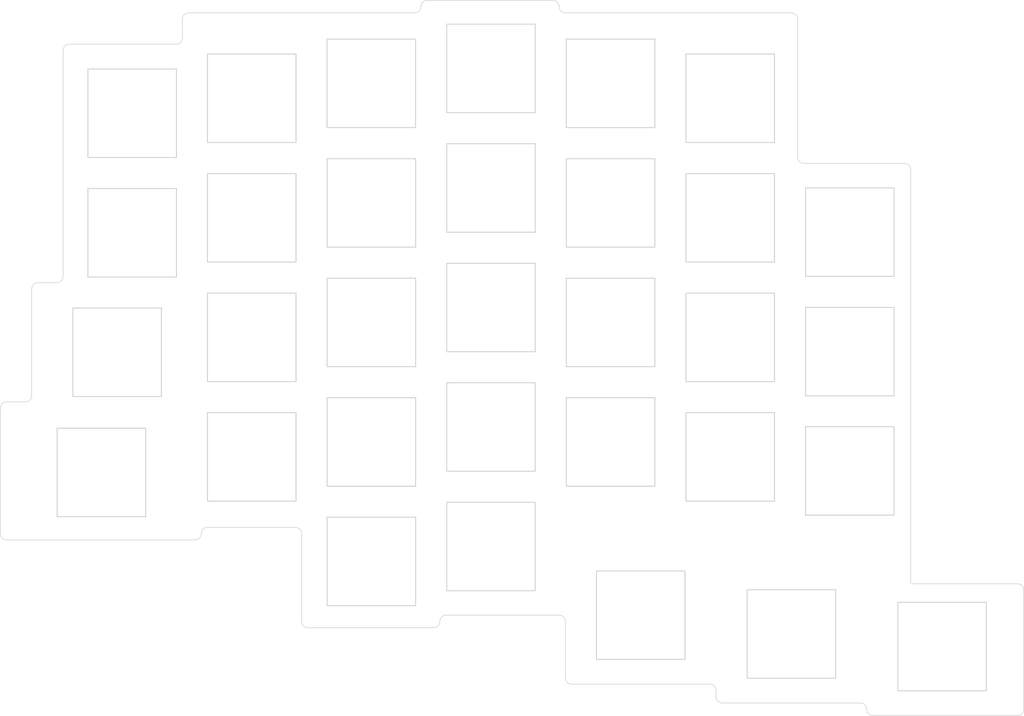
<source format=kicad_pcb>
(kicad_pcb (version 20241229) (generator "pcbnew") (generator_version "9.0")
  (layers (0 "F.Cu" signal) (2 "B.Cu" signal) (13 "F.Paste" user) (15 "B.Paste" user) (5 "F.SilkS" user "F.Silkscreen") (7 "B.SilkS" user "B.Silkscreen") (1 "F.Mask" user) (3 "B.Mask" user) (25 "Edge.Cuts" user))
  (net 0 "")
  (footprint "kbd_Hole:m2_Screw_Hole" (layer "F.Cu") (at 61 37)
    (property "Reference" "hole1")
    (property "Value" "Val**")
    (pad "" np_thru_hole circle (at 0 0) (size 2.2 2.2) (drill 2.2) (layers "*.Cu" "*.Mask"))
  )
  (footprint "kbd_Hole:m2_Screw_Hole" (layer "F.Cu") (at 119 126)
    (property "Reference" "hole5")
    (property "Value" "Val**")
    (pad "" np_thru_hole circle (at 0 0) (size 2.2 2.2) (drill 2.2) (layers "*.Cu" "*.Mask"))
  )
  (footprint "kbd_Hole:m2_Screw_Hole" (layer "F.Cu") (at 32 99)
    (property "Reference" "hole6")
    (property "Value" "Val**")
    (pad "" np_thru_hole circle (at 0 0) (size 2.2 2.2) (drill 2.2) (layers "*.Cu" "*.Mask"))
  )
  (footprint "kbd_Hole:m2_Screw_Hole" (layer "F.Cu") (at 152 37)
    (property "Reference" "hole2")
    (property "Value" "Val**")
    (pad "" np_thru_hole circle (at 0 0) (size 2.2 2.2) (drill 2.2) (layers "*.Cu" "*.Mask"))
  )
  (footprint "kbd_Hole:m2_Screw_Hole" (layer "F.Cu") (at 167 130)
    (property "Reference" "hole4")
    (property "Value" "Val**")
    (pad "" np_thru_hole circle (at 0 0) (size 2.2 2.2) (drill 2.2) (layers "*.Cu" "*.Mask"))
  )
  (footprint "kbd_SW_Hole:SW_Hole_1u" (layer "B.Cu") (at 145.25 47.6187 180)
    (property "Reference" "SW26" (hide yes))
    (property "Value" "SW_PUSH" (hide yes))
    (fp_line (start 7.05 7.05) (end 7.05 -7.05) (stroke (width 0.15)) (layer "Edge.Cuts"))
    (fp_line (start 7.05 -7.05) (end -7.05 -7.05) (stroke (width 0.15)) (layer "Edge.Cuts"))
    (fp_line (start -7.05 7.05) (end 7.05 7.05) (stroke (width 0.15)) (layer "Edge.Cuts"))
    (fp_line (start -7.05 -7.05) (end -7.05 7.05) (stroke (width 0.15)) (layer "Edge.Cuts"))
  )
  (footprint "kbd_SW_Hole:SW_Hole_1.25u" (layer "B.Cu") (at 47.6 88.1 180)
    (property "Reference" "SW3" (hide yes))
    (property "Value" "SW_PUSH" (hide yes))
    (fp_line (start 7.05 7.05) (end 7.05 -7.05) (stroke (width 0.15)) (layer "Edge.Cuts"))
    (fp_line (start 7.05 -7.05) (end -7.05 -7.05) (stroke (width 0.15)) (layer "Edge.Cuts"))
    (fp_line (start -7.05 7.05) (end 7.05 7.05) (stroke (width 0.15)) (layer "Edge.Cuts"))
    (fp_line (start -7.05 -7.05) (end -7.05 7.05) (stroke (width 0.15)) (layer "Edge.Cuts"))
  )
  (footprint "kbd_SW_Hole:SW_Hole_1u" (layer "B.Cu") (at 126.2 64.2875 180)
    (property "Reference" "SW22" (hide yes))
    (property "Value" "SW_PUSH" (hide yes))
    (fp_line (start 7.05 7.05) (end 7.05 -7.05) (stroke (width 0.15)) (layer "Edge.Cuts"))
    (fp_line (start 7.05 -7.05) (end -7.05 -7.05) (stroke (width 0.15)) (layer "Edge.Cuts"))
    (fp_line (start -7.05 7.05) (end 7.05 7.05) (stroke (width 0.15)) (layer "Edge.Cuts"))
    (fp_line (start -7.05 -7.05) (end -7.05 7.05) (stroke (width 0.15)) (layer "Edge.Cuts"))
  )
  (footprint "kbd_SW_Hole:SW_Hole_1u" (layer "B.Cu") (at 145.25 85.7187 180)
    (property "Reference" "SW28" (hide yes))
    (property "Value" "SW_PUSH" (hide yes))
    (fp_line (start 7.05 7.05) (end 7.05 -7.05) (stroke (width 0.15)) (layer "Edge.Cuts"))
    (fp_line (start 7.05 -7.05) (end -7.05 -7.05) (stroke (width 0.15)) (layer "Edge.Cuts"))
    (fp_line (start -7.05 7.05) (end 7.05 7.05) (stroke (width 0.15)) (layer "Edge.Cuts"))
    (fp_line (start -7.05 -7.05) (end -7.05 7.05) (stroke (width 0.15)) (layer "Edge.Cuts"))
  )
  (footprint "kbd_SW_Hole:SW_Hole_1u" (layer "B.Cu") (at 88.1 64.2875 180)
    (property "Reference" "SW11" (hide yes))
    (property "Value" "SW_PUSH" (hide yes))
    (fp_line (start 7.05 7.05) (end 7.05 -7.05) (stroke (width 0.15)) (layer "Edge.Cuts"))
    (fp_line (start 7.05 -7.05) (end -7.05 -7.05) (stroke (width 0.15)) (layer "Edge.Cuts"))
    (fp_line (start -7.05 7.05) (end 7.05 7.05) (stroke (width 0.15)) (layer "Edge.Cuts"))
    (fp_line (start -7.05 -7.05) (end -7.05 7.05) (stroke (width 0.15)) (layer "Edge.Cuts"))
  )
  (footprint "kbd_SW_Hole:SW_Hole_1u" (layer "B.Cu") (at 107.15 42.8562 180)
    (property "Reference" "SW16" (hide yes))
    (property "Value" "SW_PUSH" (hide yes))
    (fp_line (start 7.05 7.05) (end 7.05 -7.05) (stroke (width 0.15)) (layer "Edge.Cuts"))
    (fp_line (start 7.05 -7.05) (end -7.05 -7.05) (stroke (width 0.15)) (layer "Edge.Cuts"))
    (fp_line (start -7.05 7.05) (end 7.05 7.05) (stroke (width 0.15)) (layer "Edge.Cuts"))
    (fp_line (start -7.05 -7.05) (end -7.05 7.05) (stroke (width 0.15)) (layer "Edge.Cuts"))
  )
  (footprint "kbd_SW_Hole:SW_Hole_1u" (layer "B.Cu") (at 126.2 45.2375 180)
    (property "Reference" "SW21" (hide yes))
    (property "Value" "SW_PUSH" (hide yes))
    (fp_line (start 7.05 7.05) (end 7.05 -7.05) (stroke (width 0.15)) (layer "Edge.Cuts"))
    (fp_line (start 7.05 -7.05) (end -7.05 -7.05) (stroke (width 0.15)) (layer "Edge.Cuts"))
    (fp_line (start -7.05 7.05) (end 7.05 7.05) (stroke (width 0.15)) (layer "Edge.Cuts"))
    (fp_line (start -7.05 -7.05) (end -7.05 7.05) (stroke (width 0.15)) (layer "Edge.Cuts"))
  )
  (footprint "kbd_SW_Hole:SW_Hole_1u" (layer "B.Cu") (at 50 50 180)
    (property "Reference" "SW1" (hide yes))
    (property "Value" "SW_PUSH" (hide yes))
    (fp_line (start 7.05 7.05) (end 7.05 -7.05) (stroke (width 0.15)) (layer "Edge.Cuts"))
    (fp_line (start 7.05 -7.05) (end -7.05 -7.05) (stroke (width 0.15)) (layer "Edge.Cuts"))
    (fp_line (start -7.05 7.05) (end 7.05 7.05) (stroke (width 0.15)) (layer "Edge.Cuts"))
    (fp_line (start -7.05 -7.05) (end -7.05 7.05) (stroke (width 0.15)) (layer "Edge.Cuts"))
  )
  (footprint "kbd_SW_Hole:SW_Hole_1u" (layer "B.Cu") (at 88.1 121.4375 180)
    (property "Reference" "SW9" (hide yes))
    (property "Value" "SW_PUSH" (hide yes))
    (fp_line (start 7.05 7.05) (end 7.05 -7.05) (stroke (width 0.15)) (layer "Edge.Cuts"))
    (fp_line (start 7.05 -7.05) (end -7.05 -7.05) (stroke (width 0.15)) (layer "Edge.Cuts"))
    (fp_line (start -7.05 7.05) (end 7.05 7.05) (stroke (width 0.15)) (layer "Edge.Cuts"))
    (fp_line (start -7.05 -7.05) (end -7.05 7.05) (stroke (width 0.15)) (layer "Edge.Cuts"))
  )
  (footprint "kbd_SW_Hole:SW_Hole_1u" (layer "B.Cu") (at 69.05 104.7687 180)
    (property "Reference" "SW8" (hide yes))
    (property "Value" "SW_PUSH" (hide yes))
    (fp_line (start 7.05 7.05) (end 7.05 -7.05) (stroke (width 0.15)) (layer "Edge.Cuts"))
    (fp_line (start 7.05 -7.05) (end -7.05 -7.05) (stroke (width 0.15)) (layer "Edge.Cuts"))
    (fp_line (start -7.05 7.05) (end 7.05 7.05) (stroke (width 0.15)) (layer "Edge.Cuts"))
    (fp_line (start -7.05 -7.05) (end -7.05 7.05) (stroke (width 0.15)) (layer "Edge.Cuts"))
  )
  (footprint "kbd_SW_Hole:SW_Hole_1u" (layer "B.Cu") (at 155 133 180)
    (property "Reference" "SW20" (hide yes))
    (property "Value" "SW_PUSH" (hide yes))
    (fp_line (start 7.05 7.05) (end 7.05 -7.05) (stroke (width 0.15)) (layer "Edge.Cuts"))
    (fp_line (start 7.05 -7.05) (end -7.05 -7.05) (stroke (width 0.15)) (layer "Edge.Cuts"))
    (fp_line (start -7.05 7.05) (end 7.05 7.05) (stroke (width 0.15)) (layer "Edge.Cuts"))
    (fp_line (start -7.05 -7.05) (end -7.05 7.05) (stroke (width 0.15)) (layer "Edge.Cuts"))
  )
  (footprint "kbd_SW_Hole:SW_Hole_1u" (layer "B.Cu") (at 107.15 100.0062 180)
    (property "Reference" "SW19" (hide yes))
    (property "Value" "SW_PUSH" (hide yes))
    (fp_line (start 7.05 7.05) (end 7.05 -7.05) (stroke (width 0.15)) (layer "Edge.Cuts"))
    (fp_line (start 7.05 -7.05) (end -7.05 -7.05) (stroke (width 0.15)) (layer "Edge.Cuts"))
    (fp_line (start -7.05 7.05) (end 7.05 7.05) (stroke (width 0.15)) (layer "Edge.Cuts"))
    (fp_line (start -7.05 -7.05) (end -7.05 7.05) (stroke (width 0.15)) (layer "Edge.Cuts"))
  )
  (footprint "kbd_SW_Hole:SW_Hole_1u" (layer "B.Cu") (at 107.15 80.9562 180)
    (property "Reference" "SW18" (hide yes))
    (property "Value" "SW_PUSH" (hide yes))
    (fp_line (start 7.05 7.05) (end 7.05 -7.05) (stroke (width 0.15)) (layer "Edge.Cuts"))
    (fp_line (start 7.05 -7.05) (end -7.05 -7.05) (stroke (width 0.15)) (layer "Edge.Cuts"))
    (fp_line (start -7.05 7.05) (end 7.05 7.05) (stroke (width 0.15)) (layer "Edge.Cuts"))
    (fp_line (start -7.05 -7.05) (end -7.05 7.05) (stroke (width 0.15)) (layer "Edge.Cuts"))
  )
  (footprint "kbd_SW_Hole:SW_Hole_1u" (layer "B.Cu") (at 107.15 61.9062 180)
    (property "Reference" "SW17" (hide yes))
    (property "Value" "SW_PUSH" (hide yes))
    (fp_line (start 7.05 7.05) (end 7.05 -7.05) (stroke (width 0.15)) (layer "Edge.Cuts"))
    (fp_line (start 7.05 -7.05) (end -7.05 -7.05) (stroke (width 0.15)) (layer "Edge.Cuts"))
    (fp_line (start -7.05 7.05) (end 7.05 7.05) (stroke (width 0.15)) (layer "Edge.Cuts"))
    (fp_line (start -7.05 -7.05) (end -7.05 7.05) (stroke (width 0.15)) (layer "Edge.Cuts"))
  )
  (footprint "kbd_SW_Hole:SW_Hole_1u" (layer "B.Cu") (at 69.05 85.7187 180)
    (property "Reference" "SW7" (hide yes))
    (property "Value" "SW_PUSH" (hide yes))
    (fp_line (start 7.05 7.05) (end 7.05 -7.05) (stroke (width 0.15)) (layer "Edge.Cuts"))
    (fp_line (start 7.05 -7.05) (end -7.05 -7.05) (stroke (width 0.15)) (layer "Edge.Cuts"))
    (fp_line (start -7.05 7.05) (end 7.05 7.05) (stroke (width 0.15)) (layer "Edge.Cuts"))
    (fp_line (start -7.05 -7.05) (end -7.05 7.05) (stroke (width 0.15)) (layer "Edge.Cuts"))
  )
  (footprint "kbd_SW_Hole:SW_Hole_1u" (layer "B.Cu") (at 107.15 119.0562 180)
    (property "Reference" "SW14" (hide yes))
    (property "Value" "SW_PUSH" (hide yes))
    (fp_line (start 7.05 7.05) (end 7.05 -7.05) (stroke (width 0.15)) (layer "Edge.Cuts"))
    (fp_line (start 7.05 -7.05) (end -7.05 -7.05) (stroke (width 0.15)) (layer "Edge.Cuts"))
    (fp_line (start -7.05 7.05) (end 7.05 7.05) (stroke (width 0.15)) (layer "Edge.Cuts"))
    (fp_line (start -7.05 -7.05) (end -7.05 7.05) (stroke (width 0.15)) (layer "Edge.Cuts"))
  )
  (footprint "kbd_SW_Hole:SW_Hole_1u" (layer "B.Cu") (at 88.1 102.3875 180)
    (property "Reference" "SW13" (hide yes))
    (property "Value" "SW_PUSH" (hide yes))
    (fp_line (start 7.05 7.05) (end 7.05 -7.05) (stroke (width 0.15)) (layer "Edge.Cuts"))
    (fp_line (start 7.05 -7.05) (end -7.05 -7.05) (stroke (width 0.15)) (layer "Edge.Cuts"))
    (fp_line (start -7.05 7.05) (end 7.05 7.05) (stroke (width 0.15)) (layer "Edge.Cuts"))
    (fp_line (start -7.05 -7.05) (end -7.05 7.05) (stroke (width 0.15)) (layer "Edge.Cuts"))
  )
  (footprint "kbd_SW_Hole:SW_Hole_1u" (layer "B.Cu") (at 88.1 83.3375 180)
    (property "Reference" "SW12" (hide yes))
    (property "Value" "SW_PUSH" (hide yes))
    (fp_line (start 7.05 7.05) (end 7.05 -7.05) (stroke (width 0.15)) (layer "Edge.Cuts"))
    (fp_line (start 7.05 -7.05) (end -7.05 -7.05) (stroke (width 0.15)) (layer "Edge.Cuts"))
    (fp_line (start -7.05 7.05) (end 7.05 7.05) (stroke (width 0.15)) (layer "Edge.Cuts"))
    (fp_line (start -7.05 -7.05) (end -7.05 7.05) (stroke (width 0.15)) (layer "Edge.Cuts"))
  )
  (footprint "kbd_SW_Hole:SW_Hole_1u" (layer "B.Cu") (at 88.0938 45.2312 180)
    (property "Reference" "SW10" (hide yes))
    (property "Value" "SW_PUSH" (hide yes))
    (fp_line (start 7.05 7.05) (end 7.05 -7.05) (stroke (width 0.15)) (layer "Edge.Cuts"))
    (fp_line (start 7.05 -7.05) (end -7.05 -7.05) (stroke (width 0.15)) (layer "Edge.Cuts"))
    (fp_line (start -7.05 7.05) (end 7.05 7.05) (stroke (width 0.15)) (layer "Edge.Cuts"))
    (fp_line (start -7.05 -7.05) (end -7.05 7.05) (stroke (width 0.15)) (layer "Edge.Cuts"))
  )
  (footprint "kbd_SW_Hole:SW_Hole_1u" (layer "B.Cu") (at 126.2 83.3375 180)
    (property "Reference" "SW23" (hide yes))
    (property "Value" "SW_PUSH" (hide yes))
    (fp_line (start 7.05 7.05) (end 7.05 -7.05) (stroke (width 0.15)) (layer "Edge.Cuts"))
    (fp_line (start 7.05 -7.05) (end -7.05 -7.05) (stroke (width 0.15)) (layer "Edge.Cuts"))
    (fp_line (start -7.05 7.05) (end 7.05 7.05) (stroke (width 0.15)) (layer "Edge.Cuts"))
    (fp_line (start -7.05 -7.05) (end -7.05 7.05) (stroke (width 0.15)) (layer "Edge.Cuts"))
  )
  (footprint "kbd_SW_Hole:SW_Hole_1u" (layer "B.Cu") (at 126.2 102.3875 180)
    (property "Reference" "SW24" (hide yes))
    (property "Value" "SW_PUSH" (hide yes))
    (fp_line (start 7.05 7.05) (end 7.05 -7.05) (stroke (width 0.15)) (layer "Edge.Cuts"))
    (fp_line (start 7.05 -7.05) (end -7.05 -7.05) (stroke (width 0.15)) (layer "Edge.Cuts"))
    (fp_line (start -7.05 7.05) (end 7.05 7.05) (stroke (width 0.15)) (layer "Edge.Cuts"))
    (fp_line (start -7.05 -7.05) (end -7.05 7.05) (stroke (width 0.15)) (layer "Edge.Cuts"))
  )
  (footprint "kbd_SW_Hole:SW_Hole_1u" (layer "B.Cu") (at 179 135 180)
    (property "Reference" "SW25" (hide yes))
    (property "Value" "SW_PUSH" (hide yes))
    (fp_line (start 7.05 7.05) (end 7.05 -7.05) (stroke (width 0.15)) (layer "Edge.Cuts"))
    (fp_line (start 7.05 -7.05) (end -7.05 -7.05) (stroke (width 0.15)) (layer "Edge.Cuts"))
    (fp_line (start -7.05 7.05) (end 7.05 7.05) (stroke (width 0.15)) (layer "Edge.Cuts"))
    (fp_line (start -7.05 -7.05) (end -7.05 7.05) (stroke (width 0.15)) (layer "Edge.Cuts"))
  )
  (footprint "kbd_SW_Hole:SW_Hole_1u" (layer "B.Cu") (at 145.25 104.7687 180)
    (property "Reference" "SW29" (hide yes))
    (property "Value" "SW_PUSH" (hide yes))
    (fp_line (start 7.05 7.05) (end 7.05 -7.05) (stroke (width 0.15)) (layer "Edge.Cuts"))
    (fp_line (start 7.05 -7.05) (end -7.05 -7.05) (stroke (width 0.15)) (layer "Edge.Cuts"))
    (fp_line (start -7.05 7.05) (end 7.05 7.05) (stroke (width 0.15)) (layer "Edge.Cuts"))
    (fp_line (start -7.05 -7.05) (end -7.05 7.05) (stroke (width 0.15)) (layer "Edge.Cuts"))
  )
  (footprint "kbd_SW_Hole:SW_Hole_1u" (layer "B.Cu") (at 164.3 68.95 180)
    (property "Reference" "SW30" (hide yes))
    (property "Value" "SW_PUSH" (hide yes))
    (fp_line (start 7.05 7.05) (end 7.05 -7.05) (stroke (width 0.15)) (layer "Edge.Cuts"))
    (fp_line (start 7.05 -7.05) (end -7.05 -7.05) (stroke (width 0.15)) (layer "Edge.Cuts"))
    (fp_line (start -7.05 7.05) (end 7.05 7.05) (stroke (width 0.15)) (layer "Edge.Cuts"))
    (fp_line (start -7.05 -7.05) (end -7.05 7.05) (stroke (width 0.15)) (layer "Edge.Cuts"))
  )
  (footprint "kbd_SW_Hole:SW_Hole_1u" (layer "B.Cu") (at 50 69.05 180)
    (property "Reference" "SW2" (hide yes))
    (property "Value" "SW_PUSH" (hide yes))
    (fp_line (start 7.05 7.05) (end 7.05 -7.05) (stroke (width 0.15)) (layer "Edge.Cuts"))
    (fp_line (start 7.05 -7.05) (end -7.05 -7.05) (stroke (width 0.15)) (layer "Edge.Cuts"))
    (fp_line (start -7.05 7.05) (end 7.05 7.05) (stroke (width 0.15)) (layer "Edge.Cuts"))
    (fp_line (start -7.05 -7.05) (end -7.05 7.05) (stroke (width 0.15)) (layer "Edge.Cuts"))
  )
  (footprint "kbd_SW_Hole:SW_Hole_1u" (layer "B.Cu") (at 69.05 66.6687 180)
    (property "Reference" "SW6" (hide yes))
    (property "Value" "SW_PUSH" (hide yes))
    (fp_line (start 7.05 7.05) (end 7.05 -7.05) (stroke (width 0.15)) (layer "Edge.Cuts"))
    (fp_line (start 7.05 -7.05) (end -7.05 -7.05) (stroke (width 0.15)) (layer "Edge.Cuts"))
    (fp_line (start -7.05 7.05) (end 7.05 7.05) (stroke (width 0.15)) (layer "Edge.Cuts"))
    (fp_line (start -7.05 -7.05) (end -7.05 7.05) (stroke (width 0.15)) (layer "Edge.Cuts"))
  )
  (footprint "kbd_SW_Hole:SW_Hole_1u" (layer "B.Cu") (at 131 130 180)
    (property "Reference" "SW15" (hide yes))
    (property "Value" "SW_PUSH" (hide yes))
    (fp_line (start 7.05 7.05) (end 7.05 -7.05) (stroke (width 0.15)) (layer "Edge.Cuts"))
    (fp_line (start 7.05 -7.05) (end -7.05 -7.05) (stroke (width 0.15)) (layer "Edge.Cuts"))
    (fp_line (start -7.05 7.05) (end 7.05 7.05) (stroke (width 0.15)) (layer "Edge.Cuts"))
    (fp_line (start -7.05 -7.05) (end -7.05 7.05) (stroke (width 0.15)) (layer "Edge.Cuts"))
  )
  (footprint "kbd_SW_Hole:SW_Hole_1u" (layer "B.Cu") (at 69.05 47.6187 180)
    (property "Reference" "SW5" (hide yes))
    (property "Value" "SW_PUSH" (hide yes))
    (fp_line (start 7.05 7.05) (end 7.05 -7.05) (stroke (width 0.15)) (layer "Edge.Cuts"))
    (fp_line (start 7.05 -7.05) (end -7.05 -7.05) (stroke (width 0.15)) (layer "Edge.Cuts"))
    (fp_line (start -7.05 7.05) (end 7.05 7.05) (stroke (width 0.15)) (layer "Edge.Cuts"))
    (fp_line (start -7.05 -7.05) (end -7.05 7.05) (stroke (width 0.15)) (layer "Edge.Cuts"))
  )
  (footprint "kbd_SW_Hole:SW_Hole_1.5u" (layer "B.Cu") (at 45.1 107.25 180)
    (property "Reference" "SW4" (hide yes))
    (property "Value" "SW_PUSH" (hide yes))
    (fp_line (start 7.05 7.05) (end 7.05 -7.05) (stroke (width 0.15)) (layer "Edge.Cuts"))
    (fp_line (start 7.05 -7.05) (end -7.05 -7.05) (stroke (width 0.15)) (layer "Edge.Cuts"))
    (fp_line (start -7.05 7.05) (end 7.05 7.05) (stroke (width 0.15)) (layer "Edge.Cuts"))
    (fp_line (start -7.05 -7.05) (end -7.05 7.05) (stroke (width 0.15)) (layer "Edge.Cuts"))
  )
  (footprint "kbd_SW_Hole:SW_Hole_1u" (layer "B.Cu") (at 164.3 107 180)
    (property "Reference" "SW32" (hide yes))
    (property "Value" "SW_PUSH" (hide yes))
    (fp_line (start 7.05 7.05) (end 7.05 -7.05) (stroke (width 0.15)) (layer "Edge.Cuts"))
    (fp_line (start 7.05 -7.05) (end -7.05 -7.05) (stroke (width 0.15)) (layer "Edge.Cuts"))
    (fp_line (start -7.05 7.05) (end 7.05 7.05) (stroke (width 0.15)) (layer "Edge.Cuts"))
    (fp_line (start -7.05 -7.05) (end -7.05 7.05) (stroke (width 0.15)) (layer "Edge.Cuts"))
  )
  (footprint "kbd_SW_Hole:SW_Hole_1u" (layer "B.Cu") (at 145.25 66.6687 180)
    (property "Reference" "SW27" (hide yes))
    (property "Value" "SW_PUSH" (hide yes))
    (fp_line (start 7.05 7.05) (end 7.05 -7.05) (stroke (width 0.15)) (layer "Edge.Cuts"))
    (fp_line (start 7.05 -7.05) (end -7.05 -7.05) (stroke (width 0.15)) (layer "Edge.Cuts"))
    (fp_line (start -7.05 7.05) (end 7.05 7.05) (stroke (width 0.15)) (layer "Edge.Cuts"))
    (fp_line (start -7.05 -7.05) (end -7.05 7.05) (stroke (width 0.15)) (layer "Edge.Cuts"))
  )
  (footprint "kbd_SW_Hole:SW_Hole_1u" (layer "B.Cu") (at 164.3 88 180)
    (property "Reference" "SW31" (hide yes))
    (property "Value" "SW_PUSH" (hide yes))
    (fp_line (start 7.05 7.05) (end 7.05 -7.05) (stroke (width 0.15)) (layer "Edge.Cuts"))
    (fp_line (start 7.05 -7.05) (end -7.05 -7.05) (stroke (width 0.15)) (layer "Edge.Cuts"))
    (fp_line (start -7.05 7.05) (end 7.05 7.05) (stroke (width 0.15)) (layer "Edge.Cuts"))
    (fp_line (start -7.05 -7.05) (end -7.05 7.05) (stroke (width 0.15)) (layer "Edge.Cuts"))
  )
  (gr_line (start 119 140) (end 119 131) (stroke (width 0.1)) (layer "Edge.Cuts"))
  (gr_arc (start 58 38) (mid 57.707107 38.707107) (end 57 39) (stroke (width 0.1)) (layer "Edge.Cuts"))
  (gr_line (start 35 77) (end 38 77) (stroke (width 0.1)) (layer "Edge.Cuts"))
  (gr_line (start 29 117) (end 29 97) (stroke (width 0.1)) (layer "Edge.Cuts"))
  (gr_arc (start 34 78) (mid 34.292893 77.292893) (end 35 77) (stroke (width 0.1)) (layer "Edge.Cuts"))
  (gr_arc (start 76 116) (mid 76.707107 116.292893) (end 77 117) (stroke (width 0.1)) (layer "Edge.Cuts"))
  (gr_line (start 156 35) (end 156 57) (stroke (width 0.1)) (layer "Edge.Cuts"))
  (gr_arc (start 29 97) (mid 29.292893 96.292893) (end 30 96) (stroke (width 0.1)) (layer "Edge.Cuts"))
  (gr_arc (start 99 131) (mid 99.292893 130.292893) (end 100 130) (stroke (width 0.1)) (layer "Edge.Cuts"))
  (gr_line (start 192 126) (end 192 145) (stroke (width 0.1)) (layer "Edge.Cuts"))
  (gr_line (start 143 143) (end 143 142) (stroke (width 0.1)) (layer "Edge.Cuts"))
  (gr_arc (start 120 141) (mid 119.292893 140.707107) (end 119 140) (stroke (width 0.1)) (layer "Edge.Cuts"))
  (gr_arc (start 39 40) (mid 39.292893 39.292893) (end 40 39) (stroke (width 0.1)) (layer "Edge.Cuts"))
  (gr_line (start 174 125) (end 191 125) (stroke (width 0.1)) (layer "Edge.Cuts"))
  (gr_line (start 58 38) (end 58 35) (stroke (width 0.1)) (layer "Edge.Cuts"))
  (gr_arc (start 96 33) (mid 95.707107 33.707107) (end 95 34) (stroke (width 0.1)) (layer "Edge.Cuts"))
  (gr_arc (start 166 144) (mid 166.707107 144.292893) (end 167 145) (stroke (width 0.1)) (layer "Edge.Cuts"))
  (gr_arc (start 39 76) (mid 38.707107 76.707107) (end 38 77) (stroke (width 0.1)) (layer "Edge.Cuts"))
  (gr_arc (start 78 132) (mid 77.292893 131.707107) (end 77 131) (stroke (width 0.1)) (layer "Edge.Cuts"))
  (gr_arc (start 192 145) (mid 191.707107 145.707107) (end 191 146) (stroke (width 0.1)) (layer "Edge.Cuts"))
  (gr_arc (start 168 146) (mid 167.292893 145.707107) (end 167 145) (stroke (width 0.1)) (layer "Edge.Cuts"))
  (gr_line (start 62 116) (end 76 116) (stroke (width 0.1)) (layer "Edge.Cuts"))
  (gr_arc (start 142 141) (mid 142.707107 141.292893) (end 143 142) (stroke (width 0.1)) (layer "Edge.Cuts"))
  (gr_line (start 119 34) (end 155 34) (stroke (width 0.1)) (layer "Edge.Cuts"))
  (gr_arc (start 61 117) (mid 60.707107 117.707107) (end 60 118) (stroke (width 0.1)) (layer "Edge.Cuts"))
  (gr_arc (start 34 95) (mid 33.707107 95.707107) (end 33 96) (stroke (width 0.1)) (layer "Edge.Cuts"))
  (gr_arc (start 96 33) (mid 96.292893 32.292893) (end 97 32) (stroke (width 0.1)) (layer "Edge.Cuts"))
  (gr_line (start 60 118) (end 30 118) (stroke (width 0.1)) (layer "Edge.Cuts"))
  (gr_arc (start 117 32) (mid 117.707107 32.292893) (end 118 33) (stroke (width 0.1)) (layer "Edge.Cuts"))
  (gr_arc (start 144 144) (mid 143.292893 143.707107) (end 143 143) (stroke (width 0.1)) (layer "Edge.Cuts"))
  (gr_arc (start 173 58) (mid 173.707107 58.292893) (end 174 59) (stroke (width 0.1)) (layer "Edge.Cuts"))
  (gr_line (start 118 130) (end 100 130) (stroke (width 0.1)) (layer "Edge.Cuts"))
  (gr_line (start 168 146) (end 191 146) (stroke (width 0.1)) (layer "Edge.Cuts"))
  (gr_line (start 59 34) (end 95 34) (stroke (width 0.1)) (layer "Edge.Cuts"))
  (gr_line (start 174 59) (end 174 125) (stroke (width 0.1)) (layer "Edge.Cuts"))
  (gr_arc (start 58 35) (mid 58.292893 34.292893) (end 59 34) (stroke (width 0.1)) (layer "Edge.Cuts"))
  (gr_line (start 157 58) (end 173 58) (stroke (width 0.1)) (layer "Edge.Cuts"))
  (gr_arc (start 119 34) (mid 118.292893 33.707107) (end 118 33) (stroke (width 0.1)) (layer "Edge.Cuts"))
  (gr_arc (start 118 130) (mid 118.707107 130.292893) (end 119 131) (stroke (width 0.1)) (layer "Edge.Cuts"))
  (gr_arc (start 61 117) (mid 61.292893 116.292893) (end 62 116) (stroke (width 0.1)) (layer "Edge.Cuts"))
  (gr_line (start 39 76) (end 39 40) (stroke (width 0.1)) (layer "Edge.Cuts"))
  (gr_arc (start 30 118) (mid 29.292893 117.707107) (end 29 117) (stroke (width 0.1)) (layer "Edge.Cuts"))
  (gr_line (start 98 132) (end 78 132) (stroke (width 0.1)) (layer "Edge.Cuts"))
  (gr_line (start 166 144) (end 144 144) (stroke (width 0.1)) (layer "Edge.Cuts"))
  (gr_line (start 34 95) (end 34 78) (stroke (width 0.1)) (layer "Edge.Cuts"))
  (gr_line (start 77 131) (end 77 117) (stroke (width 0.1)) (layer "Edge.Cuts"))
  (gr_arc (start 191 125) (mid 191.707107 125.292893) (end 192 126) (stroke (width 0.1)) (layer "Edge.Cuts"))
  (gr_line (start 40 39) (end 57 39) (stroke (width 0.1)) (layer "Edge.Cuts"))
  (gr_arc (start 155 34) (mid 155.707107 34.292893) (end 156 35) (stroke (width 0.1)) (layer "Edge.Cuts"))
  (gr_line (start 142 141) (end 120 141) (stroke (width 0.1)) (layer "Edge.Cuts"))
  (gr_arc (start 99 131) (mid 98.707107 131.707107) (end 98 132) (stroke (width 0.1)) (layer "Edge.Cuts"))
  (gr_arc (start 157 58) (mid 156.292893 57.707107) (end 156 57) (stroke (width 0.1)) (layer "Edge.Cuts"))
  (gr_line (start 97 32) (end 117 32) (stroke (width 0.1)) (layer "Edge.Cuts"))
  (gr_line (start 33 96) (end 30 96) (stroke (width 0.1)) (layer "Edge.Cuts"))
)
</source>
